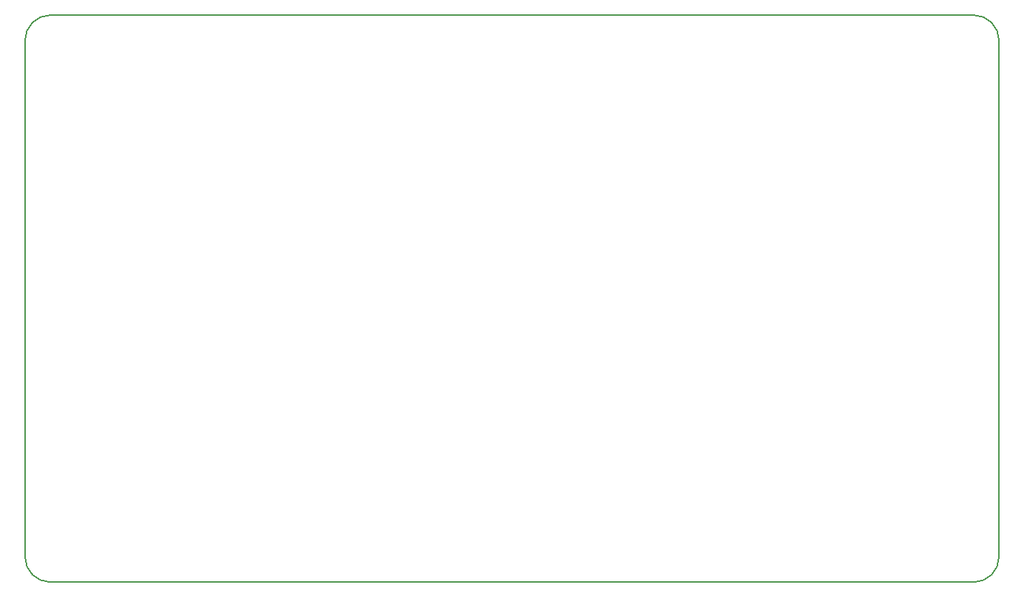
<source format=gm1>
G04 #@! TF.FileFunction,Profile,NP*
%FSLAX46Y46*%
G04 Gerber Fmt 4.6, Leading zero omitted, Abs format (unit mm)*
G04 Created by KiCad (PCBNEW 4.0.7-e2-6376~58~ubuntu16.04.1) date Mon Apr  9 08:03:59 2018*
%MOMM*%
%LPD*%
G01*
G04 APERTURE LIST*
%ADD10C,0.100000*%
%ADD11C,0.150000*%
G04 APERTURE END LIST*
D10*
D11*
X161500000Y-131500000D02*
X52500000Y-131500000D01*
X164500000Y-128500000D02*
X164500000Y-67500000D01*
X161500000Y-131500000D02*
G75*
G03X164500000Y-128500000I0J3000000D01*
G01*
X161500000Y-64500000D02*
X52500000Y-64500000D01*
X164500000Y-67500000D02*
G75*
G03X161500000Y-64500000I-3000000J0D01*
G01*
X52500000Y-64500000D02*
G75*
G03X49500000Y-67500000I0J-3000000D01*
G01*
X49500000Y-128500000D02*
X49500000Y-67500000D01*
X49500000Y-128500000D02*
G75*
G03X52500000Y-131500000I3000000J0D01*
G01*
M02*

</source>
